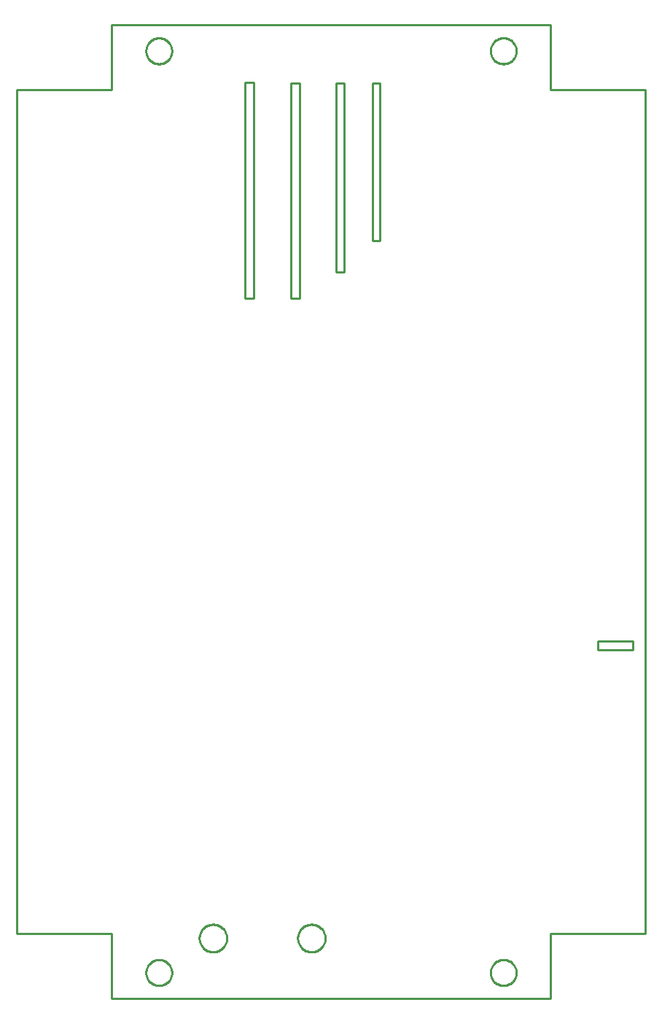
<source format=gbr>
G04 EAGLE Gerber RS-274X export*
G75*
%MOMM*%
%FSLAX34Y34*%
%LPD*%
%IN*%
%IPPOS*%
%AMOC8*
5,1,8,0,0,1.08239X$1,22.5*%
G01*
%ADD10C,0.254000*%


D10*
X0Y110000D02*
X110000Y110000D01*
X110000Y35000D01*
X620000Y35000D01*
X620000Y110000D01*
X730000Y110000D01*
X730000Y1090000D01*
X620000Y1090000D01*
X620000Y1165000D01*
X110000Y1165000D01*
X110000Y1090000D01*
X0Y1090000D01*
X0Y110000D01*
X412750Y914400D02*
X421640Y914400D01*
X421640Y1097280D01*
X412750Y1097280D01*
X412750Y914400D01*
X675000Y440000D02*
X715000Y440000D01*
X715000Y450000D01*
X675000Y450000D01*
X675000Y440000D01*
X370950Y878290D02*
X379680Y878290D01*
X379680Y1097540D01*
X370950Y1097540D01*
X370950Y878290D01*
X264920Y847540D02*
X274920Y847540D01*
X274920Y1098810D01*
X264920Y1098810D01*
X264920Y847540D01*
X318570Y847810D02*
X328570Y847810D01*
X328570Y1097540D01*
X318570Y1097540D01*
X318570Y847810D01*
X180000Y64464D02*
X179924Y63396D01*
X179771Y62335D01*
X179543Y61288D01*
X179241Y60260D01*
X178867Y59256D01*
X178422Y58281D01*
X177908Y57341D01*
X177329Y56440D01*
X176687Y55582D01*
X175985Y54772D01*
X175228Y54015D01*
X174418Y53313D01*
X173560Y52671D01*
X172659Y52092D01*
X171719Y51578D01*
X170744Y51133D01*
X169740Y50759D01*
X168712Y50457D01*
X167665Y50229D01*
X166604Y50076D01*
X165536Y50000D01*
X164464Y50000D01*
X163396Y50076D01*
X162335Y50229D01*
X161288Y50457D01*
X160260Y50759D01*
X159256Y51133D01*
X158281Y51578D01*
X157341Y52092D01*
X156440Y52671D01*
X155582Y53313D01*
X154772Y54015D01*
X154015Y54772D01*
X153313Y55582D01*
X152671Y56440D01*
X152092Y57341D01*
X151578Y58281D01*
X151133Y59256D01*
X150759Y60260D01*
X150457Y61288D01*
X150229Y62335D01*
X150076Y63396D01*
X150000Y64464D01*
X150000Y65536D01*
X150076Y66604D01*
X150229Y67665D01*
X150457Y68712D01*
X150759Y69740D01*
X151133Y70744D01*
X151578Y71719D01*
X152092Y72659D01*
X152671Y73560D01*
X153313Y74418D01*
X154015Y75228D01*
X154772Y75985D01*
X155582Y76687D01*
X156440Y77329D01*
X157341Y77908D01*
X158281Y78422D01*
X159256Y78867D01*
X160260Y79241D01*
X161288Y79543D01*
X162335Y79771D01*
X163396Y79924D01*
X164464Y80000D01*
X165536Y80000D01*
X166604Y79924D01*
X167665Y79771D01*
X168712Y79543D01*
X169740Y79241D01*
X170744Y78867D01*
X171719Y78422D01*
X172659Y77908D01*
X173560Y77329D01*
X174418Y76687D01*
X175228Y75985D01*
X175985Y75228D01*
X176687Y74418D01*
X177329Y73560D01*
X177908Y72659D01*
X178422Y71719D01*
X178867Y70744D01*
X179241Y69740D01*
X179543Y68712D01*
X179771Y67665D01*
X179924Y66604D01*
X180000Y65536D01*
X180000Y64464D01*
X180000Y1134464D02*
X179924Y1133396D01*
X179771Y1132335D01*
X179543Y1131288D01*
X179241Y1130260D01*
X178867Y1129256D01*
X178422Y1128281D01*
X177908Y1127341D01*
X177329Y1126440D01*
X176687Y1125582D01*
X175985Y1124772D01*
X175228Y1124015D01*
X174418Y1123313D01*
X173560Y1122671D01*
X172659Y1122092D01*
X171719Y1121578D01*
X170744Y1121133D01*
X169740Y1120759D01*
X168712Y1120457D01*
X167665Y1120229D01*
X166604Y1120076D01*
X165536Y1120000D01*
X164464Y1120000D01*
X163396Y1120076D01*
X162335Y1120229D01*
X161288Y1120457D01*
X160260Y1120759D01*
X159256Y1121133D01*
X158281Y1121578D01*
X157341Y1122092D01*
X156440Y1122671D01*
X155582Y1123313D01*
X154772Y1124015D01*
X154015Y1124772D01*
X153313Y1125582D01*
X152671Y1126440D01*
X152092Y1127341D01*
X151578Y1128281D01*
X151133Y1129256D01*
X150759Y1130260D01*
X150457Y1131288D01*
X150229Y1132335D01*
X150076Y1133396D01*
X150000Y1134464D01*
X150000Y1135536D01*
X150076Y1136604D01*
X150229Y1137665D01*
X150457Y1138712D01*
X150759Y1139740D01*
X151133Y1140744D01*
X151578Y1141719D01*
X152092Y1142659D01*
X152671Y1143560D01*
X153313Y1144418D01*
X154015Y1145228D01*
X154772Y1145985D01*
X155582Y1146687D01*
X156440Y1147329D01*
X157341Y1147908D01*
X158281Y1148422D01*
X159256Y1148867D01*
X160260Y1149241D01*
X161288Y1149543D01*
X162335Y1149771D01*
X163396Y1149924D01*
X164464Y1150000D01*
X165536Y1150000D01*
X166604Y1149924D01*
X167665Y1149771D01*
X168712Y1149543D01*
X169740Y1149241D01*
X170744Y1148867D01*
X171719Y1148422D01*
X172659Y1147908D01*
X173560Y1147329D01*
X174418Y1146687D01*
X175228Y1145985D01*
X175985Y1145228D01*
X176687Y1144418D01*
X177329Y1143560D01*
X177908Y1142659D01*
X178422Y1141719D01*
X178867Y1140744D01*
X179241Y1139740D01*
X179543Y1138712D01*
X179771Y1137665D01*
X179924Y1136604D01*
X180000Y1135536D01*
X180000Y1134464D01*
X580000Y64464D02*
X579924Y63396D01*
X579771Y62335D01*
X579543Y61288D01*
X579241Y60260D01*
X578867Y59256D01*
X578422Y58281D01*
X577908Y57341D01*
X577329Y56440D01*
X576687Y55582D01*
X575985Y54772D01*
X575228Y54015D01*
X574418Y53313D01*
X573560Y52671D01*
X572659Y52092D01*
X571719Y51578D01*
X570744Y51133D01*
X569740Y50759D01*
X568712Y50457D01*
X567665Y50229D01*
X566604Y50076D01*
X565536Y50000D01*
X564464Y50000D01*
X563396Y50076D01*
X562335Y50229D01*
X561288Y50457D01*
X560260Y50759D01*
X559256Y51133D01*
X558281Y51578D01*
X557341Y52092D01*
X556440Y52671D01*
X555582Y53313D01*
X554772Y54015D01*
X554015Y54772D01*
X553313Y55582D01*
X552671Y56440D01*
X552092Y57341D01*
X551578Y58281D01*
X551133Y59256D01*
X550759Y60260D01*
X550457Y61288D01*
X550229Y62335D01*
X550076Y63396D01*
X550000Y64464D01*
X550000Y65536D01*
X550076Y66604D01*
X550229Y67665D01*
X550457Y68712D01*
X550759Y69740D01*
X551133Y70744D01*
X551578Y71719D01*
X552092Y72659D01*
X552671Y73560D01*
X553313Y74418D01*
X554015Y75228D01*
X554772Y75985D01*
X555582Y76687D01*
X556440Y77329D01*
X557341Y77908D01*
X558281Y78422D01*
X559256Y78867D01*
X560260Y79241D01*
X561288Y79543D01*
X562335Y79771D01*
X563396Y79924D01*
X564464Y80000D01*
X565536Y80000D01*
X566604Y79924D01*
X567665Y79771D01*
X568712Y79543D01*
X569740Y79241D01*
X570744Y78867D01*
X571719Y78422D01*
X572659Y77908D01*
X573560Y77329D01*
X574418Y76687D01*
X575228Y75985D01*
X575985Y75228D01*
X576687Y74418D01*
X577329Y73560D01*
X577908Y72659D01*
X578422Y71719D01*
X578867Y70744D01*
X579241Y69740D01*
X579543Y68712D01*
X579771Y67665D01*
X579924Y66604D01*
X580000Y65536D01*
X580000Y64464D01*
X580000Y1134464D02*
X579924Y1133396D01*
X579771Y1132335D01*
X579543Y1131288D01*
X579241Y1130260D01*
X578867Y1129256D01*
X578422Y1128281D01*
X577908Y1127341D01*
X577329Y1126440D01*
X576687Y1125582D01*
X575985Y1124772D01*
X575228Y1124015D01*
X574418Y1123313D01*
X573560Y1122671D01*
X572659Y1122092D01*
X571719Y1121578D01*
X570744Y1121133D01*
X569740Y1120759D01*
X568712Y1120457D01*
X567665Y1120229D01*
X566604Y1120076D01*
X565536Y1120000D01*
X564464Y1120000D01*
X563396Y1120076D01*
X562335Y1120229D01*
X561288Y1120457D01*
X560260Y1120759D01*
X559256Y1121133D01*
X558281Y1121578D01*
X557341Y1122092D01*
X556440Y1122671D01*
X555582Y1123313D01*
X554772Y1124015D01*
X554015Y1124772D01*
X553313Y1125582D01*
X552671Y1126440D01*
X552092Y1127341D01*
X551578Y1128281D01*
X551133Y1129256D01*
X550759Y1130260D01*
X550457Y1131288D01*
X550229Y1132335D01*
X550076Y1133396D01*
X550000Y1134464D01*
X550000Y1135536D01*
X550076Y1136604D01*
X550229Y1137665D01*
X550457Y1138712D01*
X550759Y1139740D01*
X551133Y1140744D01*
X551578Y1141719D01*
X552092Y1142659D01*
X552671Y1143560D01*
X553313Y1144418D01*
X554015Y1145228D01*
X554772Y1145985D01*
X555582Y1146687D01*
X556440Y1147329D01*
X557341Y1147908D01*
X558281Y1148422D01*
X559256Y1148867D01*
X560260Y1149241D01*
X561288Y1149543D01*
X562335Y1149771D01*
X563396Y1149924D01*
X564464Y1150000D01*
X565536Y1150000D01*
X566604Y1149924D01*
X567665Y1149771D01*
X568712Y1149543D01*
X569740Y1149241D01*
X570744Y1148867D01*
X571719Y1148422D01*
X572659Y1147908D01*
X573560Y1147329D01*
X574418Y1146687D01*
X575228Y1145985D01*
X575985Y1145228D01*
X576687Y1144418D01*
X577329Y1143560D01*
X577908Y1142659D01*
X578422Y1141719D01*
X578867Y1140744D01*
X579241Y1139740D01*
X579543Y1138712D01*
X579771Y1137665D01*
X579924Y1136604D01*
X580000Y1135536D01*
X580000Y1134464D01*
X243850Y104476D02*
X243782Y103431D01*
X243645Y102392D01*
X243440Y101365D01*
X243169Y100353D01*
X242833Y99361D01*
X242432Y98393D01*
X241968Y97454D01*
X241445Y96546D01*
X240863Y95675D01*
X240225Y94844D01*
X239534Y94057D01*
X238793Y93316D01*
X238006Y92625D01*
X237175Y91988D01*
X236304Y91406D01*
X235396Y90882D01*
X234457Y90418D01*
X233489Y90017D01*
X232497Y89681D01*
X231485Y89410D01*
X230458Y89205D01*
X229419Y89069D01*
X228374Y89000D01*
X227326Y89000D01*
X226281Y89069D01*
X225242Y89205D01*
X224215Y89410D01*
X223203Y89681D01*
X222211Y90017D01*
X221243Y90418D01*
X220304Y90882D01*
X219396Y91406D01*
X218525Y91988D01*
X217694Y92625D01*
X216907Y93316D01*
X216166Y94057D01*
X215475Y94844D01*
X214838Y95675D01*
X214256Y96546D01*
X213732Y97454D01*
X213268Y98393D01*
X212867Y99361D01*
X212531Y100353D01*
X212260Y101365D01*
X212055Y102392D01*
X211919Y103431D01*
X211850Y104476D01*
X211850Y105524D01*
X211919Y106569D01*
X212055Y107608D01*
X212260Y108635D01*
X212531Y109647D01*
X212867Y110639D01*
X213268Y111607D01*
X213732Y112546D01*
X214256Y113454D01*
X214838Y114325D01*
X215475Y115156D01*
X216166Y115943D01*
X216907Y116684D01*
X217694Y117375D01*
X218525Y118013D01*
X219396Y118595D01*
X220304Y119118D01*
X221243Y119582D01*
X222211Y119983D01*
X223203Y120319D01*
X224215Y120590D01*
X225242Y120795D01*
X226281Y120932D01*
X227326Y121000D01*
X228374Y121000D01*
X229419Y120932D01*
X230458Y120795D01*
X231485Y120590D01*
X232497Y120319D01*
X233489Y119983D01*
X234457Y119582D01*
X235396Y119118D01*
X236304Y118595D01*
X237175Y118013D01*
X238006Y117375D01*
X238793Y116684D01*
X239534Y115943D01*
X240225Y115156D01*
X240863Y114325D01*
X241445Y113454D01*
X241968Y112546D01*
X242432Y111607D01*
X242833Y110639D01*
X243169Y109647D01*
X243440Y108635D01*
X243645Y107608D01*
X243782Y106569D01*
X243850Y105524D01*
X243850Y104476D01*
X358150Y104476D02*
X358082Y103431D01*
X357945Y102392D01*
X357740Y101365D01*
X357469Y100353D01*
X357133Y99361D01*
X356732Y98393D01*
X356268Y97454D01*
X355745Y96546D01*
X355163Y95675D01*
X354525Y94844D01*
X353834Y94057D01*
X353093Y93316D01*
X352306Y92625D01*
X351475Y91988D01*
X350604Y91406D01*
X349696Y90882D01*
X348757Y90418D01*
X347789Y90017D01*
X346797Y89681D01*
X345785Y89410D01*
X344758Y89205D01*
X343719Y89069D01*
X342674Y89000D01*
X341626Y89000D01*
X340581Y89069D01*
X339542Y89205D01*
X338515Y89410D01*
X337503Y89681D01*
X336511Y90017D01*
X335543Y90418D01*
X334604Y90882D01*
X333696Y91406D01*
X332825Y91988D01*
X331994Y92625D01*
X331207Y93316D01*
X330466Y94057D01*
X329775Y94844D01*
X329138Y95675D01*
X328556Y96546D01*
X328032Y97454D01*
X327568Y98393D01*
X327167Y99361D01*
X326831Y100353D01*
X326560Y101365D01*
X326355Y102392D01*
X326219Y103431D01*
X326150Y104476D01*
X326150Y105524D01*
X326219Y106569D01*
X326355Y107608D01*
X326560Y108635D01*
X326831Y109647D01*
X327167Y110639D01*
X327568Y111607D01*
X328032Y112546D01*
X328556Y113454D01*
X329138Y114325D01*
X329775Y115156D01*
X330466Y115943D01*
X331207Y116684D01*
X331994Y117375D01*
X332825Y118013D01*
X333696Y118595D01*
X334604Y119118D01*
X335543Y119582D01*
X336511Y119983D01*
X337503Y120319D01*
X338515Y120590D01*
X339542Y120795D01*
X340581Y120932D01*
X341626Y121000D01*
X342674Y121000D01*
X343719Y120932D01*
X344758Y120795D01*
X345785Y120590D01*
X346797Y120319D01*
X347789Y119983D01*
X348757Y119582D01*
X349696Y119118D01*
X350604Y118595D01*
X351475Y118013D01*
X352306Y117375D01*
X353093Y116684D01*
X353834Y115943D01*
X354525Y115156D01*
X355163Y114325D01*
X355745Y113454D01*
X356268Y112546D01*
X356732Y111607D01*
X357133Y110639D01*
X357469Y109647D01*
X357740Y108635D01*
X357945Y107608D01*
X358082Y106569D01*
X358150Y105524D01*
X358150Y104476D01*
M02*

</source>
